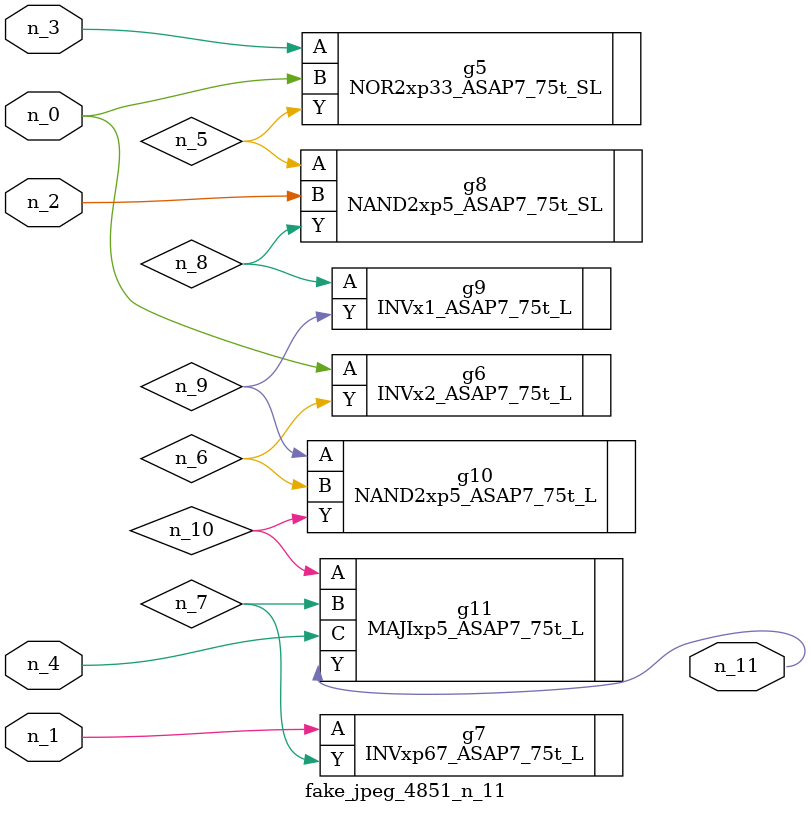
<source format=v>
module fake_jpeg_4851_n_11 (n_3, n_2, n_1, n_0, n_4, n_11);

input n_3;
input n_2;
input n_1;
input n_0;
input n_4;

output n_11;

wire n_10;
wire n_8;
wire n_9;
wire n_6;
wire n_5;
wire n_7;

NOR2xp33_ASAP7_75t_SL g5 ( 
.A(n_3),
.B(n_0),
.Y(n_5)
);

INVx2_ASAP7_75t_L g6 ( 
.A(n_0),
.Y(n_6)
);

INVxp67_ASAP7_75t_L g7 ( 
.A(n_1),
.Y(n_7)
);

NAND2xp5_ASAP7_75t_SL g8 ( 
.A(n_5),
.B(n_2),
.Y(n_8)
);

INVx1_ASAP7_75t_L g9 ( 
.A(n_8),
.Y(n_9)
);

NAND2xp5_ASAP7_75t_L g10 ( 
.A(n_9),
.B(n_6),
.Y(n_10)
);

MAJIxp5_ASAP7_75t_L g11 ( 
.A(n_10),
.B(n_7),
.C(n_4),
.Y(n_11)
);


endmodule
</source>
